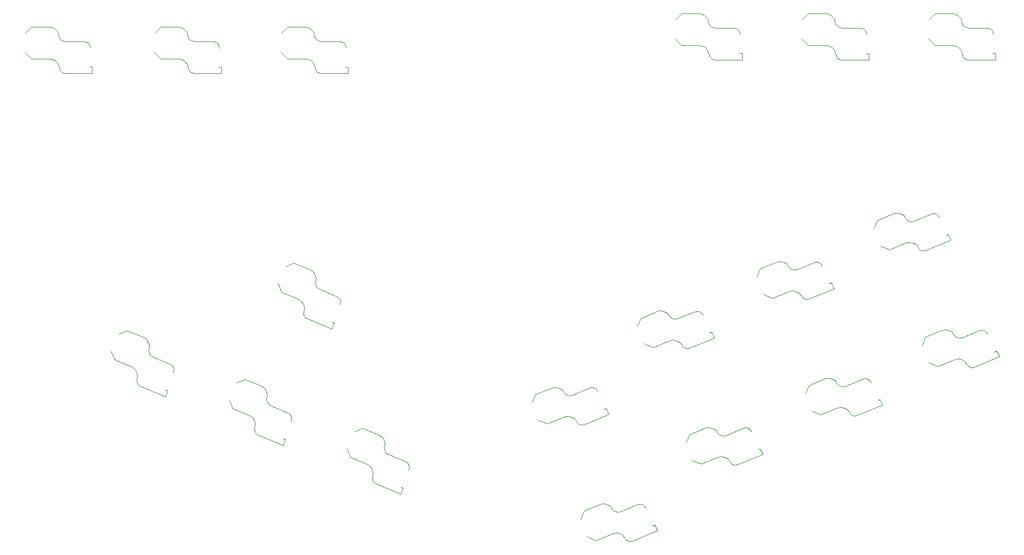
<source format=gbr>
%TF.GenerationSoftware,KiCad,Pcbnew,7.0.5*%
%TF.CreationDate,2023-08-06T16:06:22-05:00*%
%TF.ProjectId,NanoSwap,4e616e6f-5377-4617-902e-6b696361645f,rev?*%
%TF.SameCoordinates,Original*%
%TF.FileFunction,Legend,Bot*%
%TF.FilePolarity,Positive*%
%FSLAX46Y46*%
G04 Gerber Fmt 4.6, Leading zero omitted, Abs format (unit mm)*
G04 Created by KiCad (PCBNEW 7.0.5) date 2023-08-06 16:06:22*
%MOMM*%
%LPD*%
G01*
G04 APERTURE LIST*
%ADD10C,0.120000*%
G04 APERTURE END LIST*
D10*
%TO.C,*%
X156769810Y-43889000D02*
X157706810Y-42952000D01*
X157706810Y-42952000D02*
X160453810Y-42952000D01*
X157706810Y-47744000D02*
X156685810Y-46723000D01*
X160353810Y-47744000D02*
X157706810Y-47744000D01*
X160453810Y-42952000D02*
X160856810Y-43032000D01*
X160856810Y-43032000D02*
X161198810Y-43261000D01*
X160915810Y-47849000D02*
X160353810Y-47744000D01*
X161198810Y-43261000D02*
X161731810Y-43794000D01*
X161394810Y-48148000D02*
X160915810Y-47849000D01*
X161731810Y-43794000D02*
X161731810Y-44016000D01*
X161731810Y-44016000D02*
X161818810Y-44454000D01*
X161732810Y-48601000D02*
X161394810Y-48148000D01*
X161818810Y-44454000D02*
X162062810Y-44821000D01*
X161886810Y-49159000D02*
X161732810Y-48601000D01*
X161968810Y-49457000D02*
X161886810Y-49159000D01*
X162062810Y-44821000D02*
X162429810Y-45065000D01*
X162161810Y-49715000D02*
X161968810Y-49457000D01*
X162429810Y-45065000D02*
X162867810Y-45152000D01*
X162435810Y-49885000D02*
X162161810Y-49715000D01*
X162745810Y-49944000D02*
X162435810Y-49885000D01*
X162867810Y-45152000D02*
X165667810Y-45152000D01*
X165667810Y-45152000D02*
X165994810Y-45217000D01*
X165994810Y-45217000D02*
X166277810Y-45406000D01*
X166277810Y-45406000D02*
X166466810Y-45689000D01*
X166466810Y-45689000D02*
X166551810Y-46116000D01*
X166468810Y-49002000D02*
X166831810Y-49002000D01*
X166831810Y-49002000D02*
X166831810Y-49944000D01*
X166831810Y-49944000D02*
X162745810Y-49944000D01*
X90517872Y-98837654D02*
X91742121Y-98330554D01*
X91742121Y-98330554D02*
X94280018Y-99381785D01*
X89908302Y-102757784D02*
X89355741Y-101423784D01*
X92353811Y-103770747D02*
X89908302Y-102757784D01*
X94280018Y-99381785D02*
X94621727Y-99609917D01*
X94621727Y-99609917D02*
X94850059Y-99952363D01*
X92832850Y-104082823D02*
X92353811Y-103770747D01*
X94850059Y-99952363D02*
X95138517Y-100648761D01*
X93160966Y-104542368D02*
X92832850Y-104082823D01*
X95138517Y-100648761D02*
X95053561Y-100853862D01*
X95053561Y-100853862D02*
X94966323Y-101291815D01*
X93299881Y-105090233D02*
X93160966Y-104542368D01*
X94966323Y-101291815D02*
X95051305Y-101724254D01*
X93228621Y-105664691D02*
X93299881Y-105090233D01*
X93190340Y-105971387D02*
X93228621Y-105664691D01*
X95051305Y-101724254D02*
X95296994Y-102090125D01*
X93269916Y-106283606D02*
X93190340Y-105971387D01*
X95296994Y-102090125D02*
X95668360Y-102338118D01*
X93458003Y-106545520D02*
X93269916Y-106283606D01*
X93721828Y-106718661D02*
X93458003Y-106545520D01*
X95668360Y-102338118D02*
X98255223Y-103409631D01*
X98255223Y-103409631D02*
X98532457Y-103594821D01*
X98532457Y-103594821D02*
X98721587Y-103877734D01*
X98721587Y-103877734D02*
X98787901Y-104211519D01*
X98787901Y-104211519D02*
X98703025Y-104638543D01*
X97521919Y-107273097D02*
X97857287Y-107412011D01*
X97857287Y-107412011D02*
X97496799Y-108282306D01*
X97496799Y-108282306D02*
X93721828Y-106718661D01*
X142431854Y-119476880D02*
X142938955Y-118252630D01*
X142938955Y-118252630D02*
X145476852Y-117201399D01*
X144772774Y-122679861D02*
X143438773Y-122127300D01*
X147218283Y-121666898D02*
X144772774Y-122679861D01*
X145476852Y-117201399D02*
X145879790Y-117121088D01*
X145879790Y-117121088D02*
X146283392Y-117201778D01*
X147777685Y-121548837D02*
X147218283Y-121666898D01*
X146283392Y-117201778D02*
X146979790Y-117490236D01*
X148334646Y-121641772D02*
X147777685Y-121548837D01*
X146979790Y-117490236D02*
X147064746Y-117695337D01*
X147064746Y-117695337D02*
X147312738Y-118066703D01*
X148820273Y-121930942D02*
X148334646Y-121641772D01*
X147312738Y-118066703D02*
X147678610Y-118312392D01*
X149176088Y-122387534D02*
X148820273Y-121930942D01*
X149365886Y-122631470D02*
X149176088Y-122387534D01*
X147678610Y-118312392D02*
X148111048Y-118397374D01*
X149642927Y-122795973D02*
X149365886Y-122631470D01*
X148111048Y-118397374D02*
X148549001Y-118310136D01*
X149961126Y-122848177D02*
X149642927Y-122795973D01*
X150270107Y-122784054D02*
X149961126Y-122848177D01*
X148549001Y-118310136D02*
X151135864Y-117238622D01*
X151135864Y-117238622D02*
X151462847Y-117173537D01*
X151462847Y-117173537D02*
X151796632Y-117239851D01*
X151796632Y-117239851D02*
X152079545Y-117428982D01*
X152079545Y-117428982D02*
X152321480Y-117790950D01*
X153349222Y-120489029D02*
X153684591Y-120350115D01*
X153684591Y-120350115D02*
X154045079Y-121220410D01*
X154045079Y-121220410D02*
X150270107Y-122784054D01*
X97911872Y-81216917D02*
X99136121Y-80709817D01*
X99136121Y-80709817D02*
X101674018Y-81761048D01*
X97302302Y-85137047D02*
X96749741Y-83803047D01*
X99747811Y-86150010D02*
X97302302Y-85137047D01*
X101674018Y-81761048D02*
X102015727Y-81989180D01*
X102015727Y-81989180D02*
X102244059Y-82331626D01*
X100226850Y-86462086D02*
X99747811Y-86150010D01*
X102244059Y-82331626D02*
X102532517Y-83028024D01*
X100554966Y-86921631D02*
X100226850Y-86462086D01*
X102532517Y-83028024D02*
X102447561Y-83233125D01*
X102447561Y-83233125D02*
X102360323Y-83671078D01*
X100693881Y-87469496D02*
X100554966Y-86921631D01*
X102360323Y-83671078D02*
X102445305Y-84103517D01*
X100622621Y-88043954D02*
X100693881Y-87469496D01*
X100584340Y-88350650D02*
X100622621Y-88043954D01*
X102445305Y-84103517D02*
X102690994Y-84469388D01*
X100663916Y-88662869D02*
X100584340Y-88350650D01*
X102690994Y-84469388D02*
X103062360Y-84717381D01*
X100852003Y-88924783D02*
X100663916Y-88662869D01*
X101115828Y-89097924D02*
X100852003Y-88924783D01*
X103062360Y-84717381D02*
X105649223Y-85788894D01*
X105649223Y-85788894D02*
X105926457Y-85974084D01*
X105926457Y-85974084D02*
X106115587Y-86256997D01*
X106115587Y-86256997D02*
X106181901Y-86590782D01*
X106181901Y-86590782D02*
X106097025Y-87017806D01*
X104915919Y-89652360D02*
X105251287Y-89791274D01*
X105251287Y-89791274D02*
X104890799Y-90661569D01*
X104890799Y-90661569D02*
X101115828Y-89097924D01*
X97240000Y-45931000D02*
X98177000Y-44994000D01*
X98177000Y-44994000D02*
X100924000Y-44994000D01*
X98177000Y-49786000D02*
X97156000Y-48765000D01*
X100824000Y-49786000D02*
X98177000Y-49786000D01*
X100924000Y-44994000D02*
X101327000Y-45074000D01*
X101327000Y-45074000D02*
X101669000Y-45303000D01*
X101386000Y-49891000D02*
X100824000Y-49786000D01*
X101669000Y-45303000D02*
X102202000Y-45836000D01*
X101865000Y-50190000D02*
X101386000Y-49891000D01*
X102202000Y-45836000D02*
X102202000Y-46058000D01*
X102202000Y-46058000D02*
X102289000Y-46496000D01*
X102203000Y-50643000D02*
X101865000Y-50190000D01*
X102289000Y-46496000D02*
X102533000Y-46863000D01*
X102357000Y-51201000D02*
X102203000Y-50643000D01*
X102439000Y-51499000D02*
X102357000Y-51201000D01*
X102533000Y-46863000D02*
X102900000Y-47107000D01*
X102632000Y-51757000D02*
X102439000Y-51499000D01*
X102900000Y-47107000D02*
X103338000Y-47194000D01*
X102906000Y-51927000D02*
X102632000Y-51757000D01*
X103216000Y-51986000D02*
X102906000Y-51927000D01*
X103338000Y-47194000D02*
X106138000Y-47194000D01*
X106138000Y-47194000D02*
X106465000Y-47259000D01*
X106465000Y-47259000D02*
X106748000Y-47448000D01*
X106748000Y-47448000D02*
X106937000Y-47731000D01*
X106937000Y-47731000D02*
X107022000Y-48158000D01*
X106939000Y-51044000D02*
X107302000Y-51044000D01*
X107302000Y-51044000D02*
X107302000Y-51986000D01*
X107302000Y-51986000D02*
X103216000Y-51986000D01*
X176398616Y-100469513D02*
X176905717Y-99245263D01*
X176905717Y-99245263D02*
X179443614Y-98194032D01*
X178739536Y-103672494D02*
X177405535Y-103119933D01*
X181185045Y-102659531D02*
X178739536Y-103672494D01*
X179443614Y-98194032D02*
X179846552Y-98113721D01*
X179846552Y-98113721D02*
X180250154Y-98194411D01*
X181744447Y-102541470D02*
X181185045Y-102659531D01*
X180250154Y-98194411D02*
X180946552Y-98482869D01*
X182301408Y-102634405D02*
X181744447Y-102541470D01*
X180946552Y-98482869D02*
X181031508Y-98687970D01*
X181031508Y-98687970D02*
X181279500Y-99059336D01*
X182787035Y-102923575D02*
X182301408Y-102634405D01*
X181279500Y-99059336D02*
X181645372Y-99305025D01*
X183142850Y-103380167D02*
X182787035Y-102923575D01*
X183332648Y-103624103D02*
X183142850Y-103380167D01*
X181645372Y-99305025D02*
X182077810Y-99390007D01*
X183609689Y-103788606D02*
X183332648Y-103624103D01*
X182077810Y-99390007D02*
X182515763Y-99302769D01*
X183927888Y-103840810D02*
X183609689Y-103788606D01*
X184236869Y-103776687D02*
X183927888Y-103840810D01*
X182515763Y-99302769D02*
X185102626Y-98231255D01*
X185102626Y-98231255D02*
X185429609Y-98166170D01*
X185429609Y-98166170D02*
X185763394Y-98232484D01*
X185763394Y-98232484D02*
X186046307Y-98421615D01*
X186046307Y-98421615D02*
X186288242Y-98783583D01*
X187315984Y-101481662D02*
X187651353Y-101342748D01*
X187651353Y-101342748D02*
X188011841Y-102213043D01*
X188011841Y-102213043D02*
X184236869Y-103776687D01*
X194068605Y-93139540D02*
X194575706Y-91915290D01*
X194575706Y-91915290D02*
X197113603Y-90864059D01*
X196409525Y-96342521D02*
X195075524Y-95789960D01*
X198855034Y-95329558D02*
X196409525Y-96342521D01*
X197113603Y-90864059D02*
X197516541Y-90783748D01*
X197516541Y-90783748D02*
X197920143Y-90864438D01*
X199414436Y-95211497D02*
X198855034Y-95329558D01*
X197920143Y-90864438D02*
X198616541Y-91152896D01*
X199971397Y-95304432D02*
X199414436Y-95211497D01*
X198616541Y-91152896D02*
X198701497Y-91357997D01*
X198701497Y-91357997D02*
X198949489Y-91729363D01*
X200457024Y-95593602D02*
X199971397Y-95304432D01*
X198949489Y-91729363D02*
X199315361Y-91975052D01*
X200812839Y-96050194D02*
X200457024Y-95593602D01*
X201002637Y-96294130D02*
X200812839Y-96050194D01*
X199315361Y-91975052D02*
X199747799Y-92060034D01*
X201279678Y-96458633D02*
X201002637Y-96294130D01*
X199747799Y-92060034D02*
X200185752Y-91972796D01*
X201597877Y-96510837D02*
X201279678Y-96458633D01*
X201906858Y-96446714D02*
X201597877Y-96510837D01*
X200185752Y-91972796D02*
X202772615Y-90901282D01*
X202772615Y-90901282D02*
X203099598Y-90836197D01*
X203099598Y-90836197D02*
X203433383Y-90902511D01*
X203433383Y-90902511D02*
X203716296Y-91091642D01*
X203716296Y-91091642D02*
X203958231Y-91453610D01*
X204985973Y-94151689D02*
X205321342Y-94012775D01*
X205321342Y-94012775D02*
X205681830Y-94883070D01*
X205681830Y-94883070D02*
X201906858Y-96446714D01*
X72721182Y-91466026D02*
X73945431Y-90958926D01*
X73945431Y-90958926D02*
X76483328Y-92010157D01*
X72111612Y-95386156D02*
X71559051Y-94052156D01*
X74557121Y-96399119D02*
X72111612Y-95386156D01*
X76483328Y-92010157D02*
X76825037Y-92238289D01*
X76825037Y-92238289D02*
X77053369Y-92580735D01*
X75036160Y-96711195D02*
X74557121Y-96399119D01*
X77053369Y-92580735D02*
X77341827Y-93277133D01*
X75364276Y-97170740D02*
X75036160Y-96711195D01*
X77341827Y-93277133D02*
X77256871Y-93482234D01*
X77256871Y-93482234D02*
X77169633Y-93920187D01*
X75503191Y-97718605D02*
X75364276Y-97170740D01*
X77169633Y-93920187D02*
X77254615Y-94352626D01*
X75431931Y-98293063D02*
X75503191Y-97718605D01*
X75393650Y-98599759D02*
X75431931Y-98293063D01*
X77254615Y-94352626D02*
X77500304Y-94718497D01*
X75473226Y-98911978D02*
X75393650Y-98599759D01*
X77500304Y-94718497D02*
X77871670Y-94966490D01*
X75661313Y-99173892D02*
X75473226Y-98911978D01*
X75925138Y-99347033D02*
X75661313Y-99173892D01*
X77871670Y-94966490D02*
X80458533Y-96038003D01*
X80458533Y-96038003D02*
X80735767Y-96223193D01*
X80735767Y-96223193D02*
X80924897Y-96506106D01*
X80924897Y-96506106D02*
X80991211Y-96839891D01*
X80991211Y-96839891D02*
X80906335Y-97266915D01*
X79725229Y-99901469D02*
X80060597Y-100040383D01*
X80060597Y-100040383D02*
X79700109Y-100910678D01*
X79700109Y-100910678D02*
X75925138Y-99347033D01*
X151043727Y-90278677D02*
X151550828Y-89054427D01*
X151550828Y-89054427D02*
X154088725Y-88003196D01*
X153384647Y-93481658D02*
X152050646Y-92929097D01*
X155830156Y-92468695D02*
X153384647Y-93481658D01*
X154088725Y-88003196D02*
X154491663Y-87922885D01*
X154491663Y-87922885D02*
X154895265Y-88003575D01*
X156389558Y-92350634D02*
X155830156Y-92468695D01*
X154895265Y-88003575D02*
X155591663Y-88292033D01*
X156946519Y-92443569D02*
X156389558Y-92350634D01*
X155591663Y-88292033D02*
X155676619Y-88497134D01*
X155676619Y-88497134D02*
X155924611Y-88868500D01*
X157432146Y-92732739D02*
X156946519Y-92443569D01*
X155924611Y-88868500D02*
X156290483Y-89114189D01*
X157787961Y-93189331D02*
X157432146Y-92732739D01*
X157977759Y-93433267D02*
X157787961Y-93189331D01*
X156290483Y-89114189D02*
X156722921Y-89199171D01*
X158254800Y-93597770D02*
X157977759Y-93433267D01*
X156722921Y-89199171D02*
X157160874Y-89111933D01*
X158572999Y-93649974D02*
X158254800Y-93597770D01*
X158881980Y-93585851D02*
X158572999Y-93649974D01*
X157160874Y-89111933D02*
X159747737Y-88040419D01*
X159747737Y-88040419D02*
X160074720Y-87975334D01*
X160074720Y-87975334D02*
X160408505Y-88041648D01*
X160408505Y-88041648D02*
X160691418Y-88230779D01*
X160691418Y-88230779D02*
X160933353Y-88592747D01*
X161961095Y-91290826D02*
X162296464Y-91151912D01*
X162296464Y-91151912D02*
X162656952Y-92022207D01*
X162656952Y-92022207D02*
X158881980Y-93585851D01*
X108315036Y-106208153D02*
X109539285Y-105701053D01*
X109539285Y-105701053D02*
X112077182Y-106752284D01*
X107705466Y-110128283D02*
X107152905Y-108794283D01*
X110150975Y-111141246D02*
X107705466Y-110128283D01*
X112077182Y-106752284D02*
X112418891Y-106980416D01*
X112418891Y-106980416D02*
X112647223Y-107322862D01*
X110630014Y-111453322D02*
X110150975Y-111141246D01*
X112647223Y-107322862D02*
X112935681Y-108019260D01*
X110958130Y-111912867D02*
X110630014Y-111453322D01*
X112935681Y-108019260D02*
X112850725Y-108224361D01*
X112850725Y-108224361D02*
X112763487Y-108662314D01*
X111097045Y-112460732D02*
X110958130Y-111912867D01*
X112763487Y-108662314D02*
X112848469Y-109094753D01*
X111025785Y-113035190D02*
X111097045Y-112460732D01*
X110987504Y-113341886D02*
X111025785Y-113035190D01*
X112848469Y-109094753D02*
X113094158Y-109460624D01*
X111067080Y-113654105D02*
X110987504Y-113341886D01*
X113094158Y-109460624D02*
X113465524Y-109708617D01*
X111255167Y-113916019D02*
X111067080Y-113654105D01*
X111518992Y-114089160D02*
X111255167Y-113916019D01*
X113465524Y-109708617D02*
X116052387Y-110780130D01*
X116052387Y-110780130D02*
X116329621Y-110965320D01*
X116329621Y-110965320D02*
X116518751Y-111248233D01*
X116518751Y-111248233D02*
X116585065Y-111582018D01*
X116585065Y-111582018D02*
X116500189Y-112009042D01*
X115319083Y-114643596D02*
X115654451Y-114782510D01*
X115654451Y-114782510D02*
X115293963Y-115652805D01*
X115293963Y-115652805D02*
X111518992Y-114089160D01*
X186760117Y-75495290D02*
X187267218Y-74271040D01*
X187267218Y-74271040D02*
X189805115Y-73219809D01*
X189101037Y-78698271D02*
X187767036Y-78145710D01*
X191546546Y-77685308D02*
X189101037Y-78698271D01*
X189805115Y-73219809D02*
X190208053Y-73139498D01*
X190208053Y-73139498D02*
X190611655Y-73220188D01*
X192105948Y-77567247D02*
X191546546Y-77685308D01*
X190611655Y-73220188D02*
X191308053Y-73508646D01*
X192662909Y-77660182D02*
X192105948Y-77567247D01*
X191308053Y-73508646D02*
X191393009Y-73713747D01*
X191393009Y-73713747D02*
X191641001Y-74085113D01*
X193148536Y-77949352D02*
X192662909Y-77660182D01*
X191641001Y-74085113D02*
X192006873Y-74330802D01*
X193504351Y-78405944D02*
X193148536Y-77949352D01*
X193694149Y-78649880D02*
X193504351Y-78405944D01*
X192006873Y-74330802D02*
X192439311Y-74415784D01*
X193971190Y-78814383D02*
X193694149Y-78649880D01*
X192439311Y-74415784D02*
X192877264Y-74328546D01*
X194289389Y-78866587D02*
X193971190Y-78814383D01*
X194598370Y-78802464D02*
X194289389Y-78866587D01*
X192877264Y-74328546D02*
X195464127Y-73257032D01*
X195464127Y-73257032D02*
X195791110Y-73191947D01*
X195791110Y-73191947D02*
X196124895Y-73258261D01*
X196124895Y-73258261D02*
X196407808Y-73447392D01*
X196407808Y-73447392D02*
X196649743Y-73809360D01*
X197677485Y-76507439D02*
X198012854Y-76368525D01*
X198012854Y-76368525D02*
X198373342Y-77238820D01*
X198373342Y-77238820D02*
X194598370Y-78802464D01*
X175892000Y-43899000D02*
X176829000Y-42962000D01*
X176829000Y-42962000D02*
X179576000Y-42962000D01*
X176829000Y-47754000D02*
X175808000Y-46733000D01*
X179476000Y-47754000D02*
X176829000Y-47754000D01*
X179576000Y-42962000D02*
X179979000Y-43042000D01*
X179979000Y-43042000D02*
X180321000Y-43271000D01*
X180038000Y-47859000D02*
X179476000Y-47754000D01*
X180321000Y-43271000D02*
X180854000Y-43804000D01*
X180517000Y-48158000D02*
X180038000Y-47859000D01*
X180854000Y-43804000D02*
X180854000Y-44026000D01*
X180854000Y-44026000D02*
X180941000Y-44464000D01*
X180855000Y-48611000D02*
X180517000Y-48158000D01*
X180941000Y-44464000D02*
X181185000Y-44831000D01*
X181009000Y-49169000D02*
X180855000Y-48611000D01*
X181091000Y-49467000D02*
X181009000Y-49169000D01*
X181185000Y-44831000D02*
X181552000Y-45075000D01*
X181284000Y-49725000D02*
X181091000Y-49467000D01*
X181552000Y-45075000D02*
X181990000Y-45162000D01*
X181558000Y-49895000D02*
X181284000Y-49725000D01*
X181868000Y-49954000D02*
X181558000Y-49895000D01*
X181990000Y-45162000D02*
X184790000Y-45162000D01*
X184790000Y-45162000D02*
X185117000Y-45227000D01*
X185117000Y-45227000D02*
X185400000Y-45416000D01*
X185400000Y-45416000D02*
X185589000Y-45699000D01*
X185589000Y-45699000D02*
X185674000Y-46126000D01*
X185591000Y-49012000D02*
X185954000Y-49012000D01*
X185954000Y-49012000D02*
X185954000Y-49954000D01*
X185954000Y-49954000D02*
X181868000Y-49954000D01*
X158352214Y-107922930D02*
X158859315Y-106698680D01*
X158859315Y-106698680D02*
X161397212Y-105647449D01*
X160693134Y-111125911D02*
X159359133Y-110573350D01*
X163138643Y-110112948D02*
X160693134Y-111125911D01*
X161397212Y-105647449D02*
X161800150Y-105567138D01*
X161800150Y-105567138D02*
X162203752Y-105647828D01*
X163698045Y-109994887D02*
X163138643Y-110112948D01*
X162203752Y-105647828D02*
X162900150Y-105936286D01*
X164255006Y-110087822D02*
X163698045Y-109994887D01*
X162900150Y-105936286D02*
X162985106Y-106141387D01*
X162985106Y-106141387D02*
X163233098Y-106512753D01*
X164740633Y-110376992D02*
X164255006Y-110087822D01*
X163233098Y-106512753D02*
X163598970Y-106758442D01*
X165096448Y-110833584D02*
X164740633Y-110376992D01*
X165286246Y-111077520D02*
X165096448Y-110833584D01*
X163598970Y-106758442D02*
X164031408Y-106843424D01*
X165563287Y-111242023D02*
X165286246Y-111077520D01*
X164031408Y-106843424D02*
X164469361Y-106756186D01*
X165881486Y-111294227D02*
X165563287Y-111242023D01*
X166190467Y-111230104D02*
X165881486Y-111294227D01*
X164469361Y-106756186D02*
X167056224Y-105684672D01*
X167056224Y-105684672D02*
X167383207Y-105619587D01*
X167383207Y-105619587D02*
X167716992Y-105685901D01*
X167716992Y-105685901D02*
X167999905Y-105875032D01*
X167999905Y-105875032D02*
X168241840Y-106237000D01*
X169269582Y-108935079D02*
X169604951Y-108796165D01*
X169604951Y-108796165D02*
X169965439Y-109666460D01*
X169965439Y-109666460D02*
X166190467Y-111230104D01*
X78110000Y-45941000D02*
X79047000Y-45004000D01*
X79047000Y-45004000D02*
X81794000Y-45004000D01*
X79047000Y-49796000D02*
X78026000Y-48775000D01*
X81694000Y-49796000D02*
X79047000Y-49796000D01*
X81794000Y-45004000D02*
X82197000Y-45084000D01*
X82197000Y-45084000D02*
X82539000Y-45313000D01*
X82256000Y-49901000D02*
X81694000Y-49796000D01*
X82539000Y-45313000D02*
X83072000Y-45846000D01*
X82735000Y-50200000D02*
X82256000Y-49901000D01*
X83072000Y-45846000D02*
X83072000Y-46068000D01*
X83072000Y-46068000D02*
X83159000Y-46506000D01*
X83073000Y-50653000D02*
X82735000Y-50200000D01*
X83159000Y-46506000D02*
X83403000Y-46873000D01*
X83227000Y-51211000D02*
X83073000Y-50653000D01*
X83309000Y-51509000D02*
X83227000Y-51211000D01*
X83403000Y-46873000D02*
X83770000Y-47117000D01*
X83502000Y-51767000D02*
X83309000Y-51509000D01*
X83770000Y-47117000D02*
X84208000Y-47204000D01*
X83776000Y-51937000D02*
X83502000Y-51767000D01*
X84086000Y-51996000D02*
X83776000Y-51937000D01*
X84208000Y-47204000D02*
X87008000Y-47204000D01*
X87008000Y-47204000D02*
X87335000Y-47269000D01*
X87335000Y-47269000D02*
X87618000Y-47458000D01*
X87618000Y-47458000D02*
X87807000Y-47741000D01*
X87807000Y-47741000D02*
X87892000Y-48168000D01*
X87809000Y-51054000D02*
X88172000Y-51054000D01*
X88172000Y-51054000D02*
X88172000Y-51996000D01*
X88172000Y-51996000D02*
X84086000Y-51996000D01*
X195022000Y-43889000D02*
X195959000Y-42952000D01*
X195959000Y-42952000D02*
X198706000Y-42952000D01*
X195959000Y-47744000D02*
X194938000Y-46723000D01*
X198606000Y-47744000D02*
X195959000Y-47744000D01*
X198706000Y-42952000D02*
X199109000Y-43032000D01*
X199109000Y-43032000D02*
X199451000Y-43261000D01*
X199168000Y-47849000D02*
X198606000Y-47744000D01*
X199451000Y-43261000D02*
X199984000Y-43794000D01*
X199647000Y-48148000D02*
X199168000Y-47849000D01*
X199984000Y-43794000D02*
X199984000Y-44016000D01*
X199984000Y-44016000D02*
X200071000Y-44454000D01*
X199985000Y-48601000D02*
X199647000Y-48148000D01*
X200071000Y-44454000D02*
X200315000Y-44821000D01*
X200139000Y-49159000D02*
X199985000Y-48601000D01*
X200221000Y-49457000D02*
X200139000Y-49159000D01*
X200315000Y-44821000D02*
X200682000Y-45065000D01*
X200414000Y-49715000D02*
X200221000Y-49457000D01*
X200682000Y-45065000D02*
X201120000Y-45152000D01*
X200688000Y-49885000D02*
X200414000Y-49715000D01*
X200998000Y-49944000D02*
X200688000Y-49885000D01*
X201120000Y-45152000D02*
X203920000Y-45152000D01*
X203920000Y-45152000D02*
X204247000Y-45217000D01*
X204247000Y-45217000D02*
X204530000Y-45406000D01*
X204530000Y-45406000D02*
X204719000Y-45689000D01*
X204719000Y-45689000D02*
X204804000Y-46116000D01*
X204721000Y-49002000D02*
X205084000Y-49002000D01*
X205084000Y-49002000D02*
X205084000Y-49944000D01*
X205084000Y-49944000D02*
X200998000Y-49944000D01*
X169090125Y-82825264D02*
X169597226Y-81601014D01*
X169597226Y-81601014D02*
X172135123Y-80549783D01*
X171431045Y-86028245D02*
X170097044Y-85475684D01*
X173876554Y-85015282D02*
X171431045Y-86028245D01*
X172135123Y-80549783D02*
X172538061Y-80469472D01*
X172538061Y-80469472D02*
X172941663Y-80550162D01*
X174435956Y-84897221D02*
X173876554Y-85015282D01*
X172941663Y-80550162D02*
X173638061Y-80838620D01*
X174992917Y-84990156D02*
X174435956Y-84897221D01*
X173638061Y-80838620D02*
X173723017Y-81043721D01*
X173723017Y-81043721D02*
X173971009Y-81415087D01*
X175478544Y-85279326D02*
X174992917Y-84990156D01*
X173971009Y-81415087D02*
X174336881Y-81660776D01*
X175834359Y-85735918D02*
X175478544Y-85279326D01*
X176024157Y-85979854D02*
X175834359Y-85735918D01*
X174336881Y-81660776D02*
X174769319Y-81745758D01*
X176301198Y-86144357D02*
X176024157Y-85979854D01*
X174769319Y-81745758D02*
X175207272Y-81658520D01*
X176619397Y-86196561D02*
X176301198Y-86144357D01*
X176928378Y-86132438D02*
X176619397Y-86196561D01*
X175207272Y-81658520D02*
X177794135Y-80587006D01*
X177794135Y-80587006D02*
X178121118Y-80521921D01*
X178121118Y-80521921D02*
X178454903Y-80588235D01*
X178454903Y-80588235D02*
X178737816Y-80777366D01*
X178737816Y-80777366D02*
X178979751Y-81139334D01*
X180007493Y-83837413D02*
X180342862Y-83698499D01*
X180342862Y-83698499D02*
X180703350Y-84568794D01*
X180703350Y-84568794D02*
X176928378Y-86132438D01*
X58585000Y-45921000D02*
X59522000Y-44984000D01*
X59522000Y-44984000D02*
X62269000Y-44984000D01*
X59522000Y-49776000D02*
X58501000Y-48755000D01*
X62169000Y-49776000D02*
X59522000Y-49776000D01*
X62269000Y-44984000D02*
X62672000Y-45064000D01*
X62672000Y-45064000D02*
X63014000Y-45293000D01*
X62731000Y-49881000D02*
X62169000Y-49776000D01*
X63014000Y-45293000D02*
X63547000Y-45826000D01*
X63210000Y-50180000D02*
X62731000Y-49881000D01*
X63547000Y-45826000D02*
X63547000Y-46048000D01*
X63547000Y-46048000D02*
X63634000Y-46486000D01*
X63548000Y-50633000D02*
X63210000Y-50180000D01*
X63634000Y-46486000D02*
X63878000Y-46853000D01*
X63702000Y-51191000D02*
X63548000Y-50633000D01*
X63784000Y-51489000D02*
X63702000Y-51191000D01*
X63878000Y-46853000D02*
X64245000Y-47097000D01*
X63977000Y-51747000D02*
X63784000Y-51489000D01*
X64245000Y-47097000D02*
X64683000Y-47184000D01*
X64251000Y-51917000D02*
X63977000Y-51747000D01*
X64561000Y-51976000D02*
X64251000Y-51917000D01*
X64683000Y-47184000D02*
X67483000Y-47184000D01*
X67483000Y-47184000D02*
X67810000Y-47249000D01*
X67810000Y-47249000D02*
X68093000Y-47438000D01*
X68093000Y-47438000D02*
X68282000Y-47721000D01*
X68282000Y-47721000D02*
X68367000Y-48148000D01*
X68284000Y-51034000D02*
X68647000Y-51034000D01*
X68647000Y-51034000D02*
X68647000Y-51976000D01*
X68647000Y-51976000D02*
X64561000Y-51976000D01*
X135123366Y-101832628D02*
X135630467Y-100608378D01*
X135630467Y-100608378D02*
X138168364Y-99557147D01*
X137464286Y-105035609D02*
X136130285Y-104483048D01*
X139909795Y-104022646D02*
X137464286Y-105035609D01*
X138168364Y-99557147D02*
X138571302Y-99476836D01*
X138571302Y-99476836D02*
X138974904Y-99557526D01*
X140469197Y-103904585D02*
X139909795Y-104022646D01*
X138974904Y-99557526D02*
X139671302Y-99845984D01*
X141026158Y-103997520D02*
X140469197Y-103904585D01*
X139671302Y-99845984D02*
X139756258Y-100051085D01*
X139756258Y-100051085D02*
X140004250Y-100422451D01*
X141511785Y-104286690D02*
X141026158Y-103997520D01*
X140004250Y-100422451D02*
X140370122Y-100668140D01*
X141867600Y-104743282D02*
X141511785Y-104286690D01*
X142057398Y-104987218D02*
X141867600Y-104743282D01*
X140370122Y-100668140D02*
X140802560Y-100753122D01*
X142334439Y-105151721D02*
X142057398Y-104987218D01*
X140802560Y-100753122D02*
X141240513Y-100665884D01*
X142652638Y-105203925D02*
X142334439Y-105151721D01*
X142961619Y-105139802D02*
X142652638Y-105203925D01*
X141240513Y-100665884D02*
X143827376Y-99594370D01*
X143827376Y-99594370D02*
X144154359Y-99529285D01*
X144154359Y-99529285D02*
X144488144Y-99595599D01*
X144488144Y-99595599D02*
X144771057Y-99784730D01*
X144771057Y-99784730D02*
X145012992Y-100146698D01*
X146040734Y-102844777D02*
X146376103Y-102705863D01*
X146376103Y-102705863D02*
X146736591Y-103576158D01*
X146736591Y-103576158D02*
X142961619Y-105139802D01*
%TD*%
M02*

</source>
